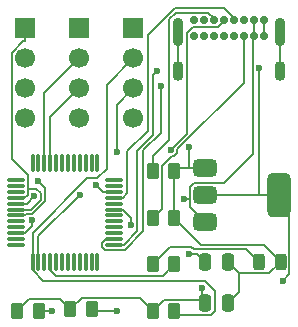
<source format=gbr>
%TF.GenerationSoftware,KiCad,Pcbnew,9.0.2*%
%TF.CreationDate,2025-05-25T10:52:37+05:30*%
%TF.ProjectId,STM 32,53544d20-3332-42e6-9b69-6361645f7063,rev?*%
%TF.SameCoordinates,Original*%
%TF.FileFunction,Copper,L1,Top*%
%TF.FilePolarity,Positive*%
%FSLAX46Y46*%
G04 Gerber Fmt 4.6, Leading zero omitted, Abs format (unit mm)*
G04 Created by KiCad (PCBNEW 9.0.2) date 2025-05-25 10:52:37*
%MOMM*%
%LPD*%
G01*
G04 APERTURE LIST*
G04 Aperture macros list*
%AMRoundRect*
0 Rectangle with rounded corners*
0 $1 Rounding radius*
0 $2 $3 $4 $5 $6 $7 $8 $9 X,Y pos of 4 corners*
0 Add a 4 corners polygon primitive as box body*
4,1,4,$2,$3,$4,$5,$6,$7,$8,$9,$2,$3,0*
0 Add four circle primitives for the rounded corners*
1,1,$1+$1,$2,$3*
1,1,$1+$1,$4,$5*
1,1,$1+$1,$6,$7*
1,1,$1+$1,$8,$9*
0 Add four rect primitives between the rounded corners*
20,1,$1+$1,$2,$3,$4,$5,0*
20,1,$1+$1,$4,$5,$6,$7,0*
20,1,$1+$1,$6,$7,$8,$9,0*
20,1,$1+$1,$8,$9,$2,$3,0*%
G04 Aperture macros list end*
%TA.AperFunction,SMDPad,CuDef*%
%ADD10RoundRect,0.250000X-0.262500X-0.450000X0.262500X-0.450000X0.262500X0.450000X-0.262500X0.450000X0*%
%TD*%
%TA.AperFunction,ComponentPad*%
%ADD11R,1.700000X1.700000*%
%TD*%
%TA.AperFunction,ComponentPad*%
%ADD12C,1.700000*%
%TD*%
%TA.AperFunction,SMDPad,CuDef*%
%ADD13RoundRect,0.250000X-0.250000X-0.475000X0.250000X-0.475000X0.250000X0.475000X-0.250000X0.475000X0*%
%TD*%
%TA.AperFunction,ComponentPad*%
%ADD14C,0.700000*%
%TD*%
%TA.AperFunction,ComponentPad*%
%ADD15O,0.900000X2.400000*%
%TD*%
%TA.AperFunction,ComponentPad*%
%ADD16O,0.900000X1.700000*%
%TD*%
%TA.AperFunction,SMDPad,CuDef*%
%ADD17RoundRect,0.075000X-0.662500X-0.075000X0.662500X-0.075000X0.662500X0.075000X-0.662500X0.075000X0*%
%TD*%
%TA.AperFunction,SMDPad,CuDef*%
%ADD18RoundRect,0.075000X-0.075000X-0.662500X0.075000X-0.662500X0.075000X0.662500X-0.075000X0.662500X0*%
%TD*%
%TA.AperFunction,SMDPad,CuDef*%
%ADD19RoundRect,0.375000X-0.625000X-0.375000X0.625000X-0.375000X0.625000X0.375000X-0.625000X0.375000X0*%
%TD*%
%TA.AperFunction,SMDPad,CuDef*%
%ADD20RoundRect,0.500000X-0.500000X-1.400000X0.500000X-1.400000X0.500000X1.400000X-0.500000X1.400000X0*%
%TD*%
%TA.AperFunction,SMDPad,CuDef*%
%ADD21RoundRect,0.243750X-0.243750X-0.456250X0.243750X-0.456250X0.243750X0.456250X-0.243750X0.456250X0*%
%TD*%
%TA.AperFunction,ViaPad*%
%ADD22C,0.600000*%
%TD*%
%TA.AperFunction,Conductor*%
%ADD23C,0.200000*%
%TD*%
G04 APERTURE END LIST*
D10*
%TO.P,R5,1*%
%TO.N,/VCC*%
X153175000Y-99115000D03*
%TO.P,R5,2*%
%TO.N,/I2C_SCL*%
X155000000Y-99115000D03*
%TD*%
%TO.P,R1,1*%
%TO.N,/USB_C_Detection_1*%
X164675000Y-87315000D03*
%TO.P,R1,2*%
%TO.N,GND*%
X166500000Y-87315000D03*
%TD*%
D11*
%TO.P,J3,1,Pin_1*%
%TO.N,/VCC*%
X158442500Y-75225000D03*
D12*
%TO.P,J3,2,Pin_2*%
%TO.N,/UART_TX*%
X158442500Y-77765000D03*
%TO.P,J3,3,Pin_3*%
%TO.N,/UART_RX*%
X158442500Y-80305000D03*
%TO.P,J3,4,Pin_4*%
%TO.N,GND*%
X158442500Y-82845000D03*
%TD*%
D13*
%TO.P,C4,1*%
%TO.N,/VCC*%
X169100000Y-98495000D03*
%TO.P,C4,2*%
%TO.N,GND*%
X171000000Y-98495000D03*
%TD*%
D14*
%TO.P,J1,A1,GND*%
%TO.N,GND*%
X168152500Y-74515000D03*
%TO.P,J1,A4,VBUS*%
%TO.N,+5V*%
X169002500Y-74515000D03*
%TO.P,J1,A5,CC1*%
%TO.N,/USB_C_Detection_1*%
X169852500Y-74515000D03*
%TO.P,J1,A6,D+*%
%TO.N,/USB_D+*%
X170702500Y-74515000D03*
%TO.P,J1,A7,D-*%
%TO.N,/USB_D-*%
X171552500Y-74515000D03*
%TO.P,J1,A8*%
%TO.N,N/C*%
X172402500Y-74515000D03*
%TO.P,J1,A9,VBUS*%
%TO.N,+5V*%
X173252500Y-74515000D03*
%TO.P,J1,A12,GND*%
%TO.N,GND*%
X174102500Y-74515000D03*
%TO.P,J1,B1,GND*%
X174102500Y-75865000D03*
%TO.P,J1,B4,VBUS*%
%TO.N,+5V*%
X173252500Y-75865000D03*
%TO.P,J1,B5,CC2*%
%TO.N,/USB_C_Detection_2*%
X172402500Y-75865000D03*
%TO.P,J1,B6,D+*%
%TO.N,unconnected-(J1-D+-PadB6)*%
X171552500Y-75865000D03*
%TO.P,J1,B7,D-*%
%TO.N,unconnected-(J1-D--PadB7)*%
X170702500Y-75865000D03*
%TO.P,J1,B8*%
%TO.N,N/C*%
X169852500Y-75865000D03*
%TO.P,J1,B9,VBUS*%
%TO.N,+5V*%
X169002500Y-75865000D03*
%TO.P,J1,B12,GND*%
%TO.N,GND*%
X168152500Y-75865000D03*
D15*
%TO.P,J1,S1,SHIELD*%
X166802500Y-75495000D03*
D16*
X166802500Y-78875000D03*
D15*
X175452500Y-75495000D03*
D16*
X175452500Y-78875000D03*
%TD*%
D13*
%TO.P,C3,1*%
%TO.N,/VCAP*%
X169096300Y-94990000D03*
%TO.P,C3,2*%
%TO.N,GND*%
X170996300Y-94990000D03*
%TD*%
D17*
%TO.P,U1,1,PC13*%
%TO.N,unconnected-(U1-PC13-Pad1)*%
X153070000Y-88065000D03*
%TO.P,U1,2,PC14*%
%TO.N,unconnected-(U1-PC14-Pad2)*%
X153070000Y-88565000D03*
%TO.P,U1,3,PC15*%
%TO.N,unconnected-(U1-PC15-Pad3)*%
X153070000Y-89065000D03*
%TO.P,U1,4,VBAT*%
%TO.N,/VCC*%
X153070000Y-89565000D03*
%TO.P,U1,5,VREF+*%
%TO.N,+5V*%
X153070000Y-90065000D03*
%TO.P,U1,6,VDD*%
%TO.N,/VCC*%
X153070000Y-90565000D03*
%TO.P,U1,7,VSS*%
%TO.N,GND*%
X153070000Y-91065000D03*
%TO.P,U1,8,PF0*%
%TO.N,unconnected-(U1-PF0-Pad8)*%
X153070000Y-91565000D03*
%TO.P,U1,9,PF1*%
%TO.N,unconnected-(U1-PF1-Pad9)*%
X153070000Y-92065000D03*
%TO.P,U1,10,NRST*%
%TO.N,/NRST*%
X153070000Y-92565000D03*
%TO.P,U1,11,PA0*%
%TO.N,unconnected-(U1-PA0-Pad11)*%
X153070000Y-93065000D03*
%TO.P,U1,12,PA1*%
%TO.N,unconnected-(U1-PA1-Pad12)*%
X153070000Y-93565000D03*
D18*
%TO.P,U1,13,PA2*%
%TO.N,/I2C_SDA*%
X154482500Y-94977500D03*
%TO.P,U1,14,PA3*%
%TO.N,/I2C_SCL*%
X154982500Y-94977500D03*
%TO.P,U1,15,PA4*%
%TO.N,unconnected-(U1-PA4-Pad15)*%
X155482500Y-94977500D03*
%TO.P,U1,16,PA5*%
%TO.N,/LED*%
X155982500Y-94977500D03*
%TO.P,U1,17,PA6*%
%TO.N,unconnected-(U1-PA6-Pad17)*%
X156482500Y-94977500D03*
%TO.P,U1,18,PA7*%
%TO.N,unconnected-(U1-PA7-Pad18)*%
X156982500Y-94977500D03*
%TO.P,U1,19,PB0*%
%TO.N,unconnected-(U1-PB0-Pad19)*%
X157482500Y-94977500D03*
%TO.P,U1,20,PB1*%
%TO.N,unconnected-(U1-PB1-Pad20)*%
X157982500Y-94977500D03*
%TO.P,U1,21,PB2*%
%TO.N,unconnected-(U1-PB2-Pad21)*%
X158482500Y-94977500D03*
%TO.P,U1,22,PB10*%
%TO.N,unconnected-(U1-PB10-Pad22)*%
X158982500Y-94977500D03*
%TO.P,U1,23,PB11*%
%TO.N,unconnected-(U1-PB11-Pad23)*%
X159482500Y-94977500D03*
%TO.P,U1,24,PB12*%
%TO.N,unconnected-(U1-PB12-Pad24)*%
X159982500Y-94977500D03*
D17*
%TO.P,U1,25,PB13*%
%TO.N,/SWDIO*%
X161395000Y-93565000D03*
%TO.P,U1,26,PB14*%
%TO.N,/SWCLK*%
X161395000Y-93065000D03*
%TO.P,U1,27,PB15*%
%TO.N,unconnected-(U1-PB15-Pad27)*%
X161395000Y-92565000D03*
%TO.P,U1,28,PA8*%
%TO.N,unconnected-(U1-PA8-Pad28)*%
X161395000Y-92065000D03*
%TO.P,U1,29,NC/PA9*%
%TO.N,unconnected-(U1-NC{slash}PA9-Pad29)*%
X161395000Y-91565000D03*
%TO.P,U1,30,PC6*%
%TO.N,unconnected-(U1-PC6-Pad30)*%
X161395000Y-91065000D03*
%TO.P,U1,31,PC7*%
%TO.N,/VCAP*%
X161395000Y-90565000D03*
%TO.P,U1,32,NC/PA10*%
%TO.N,unconnected-(U1-NC{slash}PA10-Pad32)*%
X161395000Y-90065000D03*
%TO.P,U1,33,PA9/PA11*%
%TO.N,/USB_D-*%
X161395000Y-89565000D03*
%TO.P,U1,34,PA10/PA12*%
%TO.N,/USB_D+*%
X161395000Y-89065000D03*
%TO.P,U1,35,PA13*%
%TO.N,unconnected-(U1-PA13-Pad35)*%
X161395000Y-88565000D03*
%TO.P,U1,36,PA14*%
%TO.N,unconnected-(U1-PA14-Pad36)*%
X161395000Y-88065000D03*
D18*
%TO.P,U1,37,PA15*%
%TO.N,unconnected-(U1-PA15-Pad37)*%
X159982500Y-86652500D03*
%TO.P,U1,38,PD0*%
%TO.N,unconnected-(U1-PD0-Pad38)*%
X159482500Y-86652500D03*
%TO.P,U1,39,PD1*%
%TO.N,unconnected-(U1-PD1-Pad39)*%
X158982500Y-86652500D03*
%TO.P,U1,40,PD2*%
%TO.N,unconnected-(U1-PD2-Pad40)*%
X158482500Y-86652500D03*
%TO.P,U1,41,PD3*%
%TO.N,unconnected-(U1-PD3-Pad41)*%
X157982500Y-86652500D03*
%TO.P,U1,42,PB3*%
%TO.N,unconnected-(U1-PB3-Pad42)*%
X157482500Y-86652500D03*
%TO.P,U1,43,PB4*%
%TO.N,unconnected-(U1-PB4-Pad43)*%
X156982500Y-86652500D03*
%TO.P,U1,44,PB5*%
%TO.N,unconnected-(U1-PB5-Pad44)*%
X156482500Y-86652500D03*
%TO.P,U1,45,PB6*%
%TO.N,/UART_RX*%
X155982500Y-86652500D03*
%TO.P,U1,46,PB7*%
%TO.N,/UART_TX*%
X155482500Y-86652500D03*
%TO.P,U1,47,PB8*%
%TO.N,unconnected-(U1-PB8-Pad47)*%
X154982500Y-86652500D03*
%TO.P,U1,48,PB9*%
%TO.N,unconnected-(U1-PB9-Pad48)*%
X154482500Y-86652500D03*
%TD*%
D11*
%TO.P,J2,1,Pin_1*%
%TO.N,/VCC*%
X153852500Y-75225000D03*
D12*
%TO.P,J2,2,Pin_2*%
%TO.N,/SWDIO*%
X153852500Y-77765000D03*
%TO.P,J2,3,Pin_3*%
%TO.N,/SWCLK*%
X153852500Y-80305000D03*
%TO.P,J2,4,Pin_4*%
%TO.N,GND*%
X153852500Y-82845000D03*
%TD*%
D10*
%TO.P,R2,1*%
%TO.N,/USB_C_Detection_2*%
X164675000Y-91260000D03*
%TO.P,R2,2*%
%TO.N,GND*%
X166500000Y-91260000D03*
%TD*%
D19*
%TO.P,U2,1,GND*%
%TO.N,GND*%
X169092500Y-87040000D03*
%TO.P,U2,2,VO*%
%TO.N,/VCC*%
X169092500Y-89340000D03*
D20*
X175392500Y-89340000D03*
D19*
%TO.P,U2,3,VI*%
%TO.N,+5V*%
X169092500Y-91640000D03*
%TD*%
D10*
%TO.P,R4,1*%
%TO.N,/VCC*%
X164675000Y-99150000D03*
%TO.P,R4,2*%
%TO.N,/I2C_SDA*%
X166500000Y-99150000D03*
%TD*%
D21*
%TO.P,D1,1,K*%
%TO.N,Net-(D1-K)*%
X173625000Y-95000000D03*
%TO.P,D1,2,A*%
%TO.N,GND*%
X175500000Y-95000000D03*
%TD*%
D10*
%TO.P,R6,1*%
%TO.N,/VCC*%
X157675000Y-99000000D03*
%TO.P,R6,2*%
%TO.N,/NRST*%
X159500000Y-99000000D03*
%TD*%
D11*
%TO.P,J4,1,Pin_1*%
%TO.N,/VCC*%
X163032500Y-75225000D03*
D12*
%TO.P,J4,2,Pin_2*%
%TO.N,/I2C_SDA*%
X163032500Y-77765000D03*
%TO.P,J4,3,Pin_3*%
%TO.N,/I2C_SCL*%
X163032500Y-80305000D03*
%TO.P,J4,4,Pin_4*%
%TO.N,GND*%
X163032500Y-82845000D03*
%TD*%
D10*
%TO.P,R3,1*%
%TO.N,Net-(D1-K)*%
X164675000Y-95205000D03*
%TO.P,R3,2*%
%TO.N,/LED*%
X166500000Y-95205000D03*
%TD*%
D22*
%TO.N,GND*%
X154923800Y-88114200D03*
X167751600Y-85248900D03*
%TO.N,/VCAP*%
X162795100Y-91860900D03*
X167696900Y-94299800D03*
%TO.N,/VCC*%
X168797500Y-97204200D03*
X173682100Y-78587800D03*
X175667400Y-96584000D03*
%TO.N,+5V*%
X167345600Y-89700200D03*
X154624000Y-89438300D03*
%TO.N,/USB_D+*%
X166203100Y-85511100D03*
X159835400Y-88448700D03*
%TO.N,/SWCLK*%
X165382500Y-80110500D03*
%TO.N,/SWDIO*%
X165000800Y-78827100D03*
%TO.N,/I2C_SCL*%
X161644400Y-85672200D03*
X156140500Y-99174400D03*
X158483100Y-89315600D03*
%TO.N,/NRST*%
X161606500Y-99118900D03*
X154459100Y-91468500D03*
%TD*%
D23*
%TO.N,GND*%
X175500000Y-95000000D02*
X174547400Y-95952600D01*
X154472500Y-90916700D02*
X155527400Y-89861800D01*
X166500000Y-87315000D02*
X166500000Y-91260000D01*
X174102500Y-74515000D02*
X174102500Y-75865000D01*
X171000000Y-98495000D02*
X171958900Y-97536100D01*
X167751600Y-85248900D02*
X167751600Y-87040000D01*
X174547400Y-95952600D02*
X171958900Y-95952600D01*
X153826900Y-91065000D02*
X153975200Y-90916700D01*
X167751600Y-87040000D02*
X166775000Y-87040000D01*
X166775000Y-87040000D02*
X166500000Y-87315000D01*
X175452500Y-78875000D02*
X175452500Y-75495000D01*
X169092500Y-87040000D02*
X167751600Y-87040000D01*
X155527400Y-89861800D02*
X155527400Y-88717800D01*
X174048600Y-93548600D02*
X175500000Y-95000000D01*
X153070000Y-91065000D02*
X153826900Y-91065000D01*
X171958900Y-97536100D02*
X171958900Y-95952600D01*
X168788600Y-93548600D02*
X174048600Y-93548600D01*
X166500000Y-91260000D02*
X168788600Y-93548600D01*
X166802500Y-78875000D02*
X166802500Y-75495000D01*
X153975200Y-90916700D02*
X154472500Y-90916700D01*
X155527400Y-88717800D02*
X154923800Y-88114200D01*
X171958900Y-95952600D02*
X170996300Y-94990000D01*
%TO.N,/VCAP*%
X162113800Y-90565000D02*
X162795100Y-91246300D01*
X169096300Y-94990000D02*
X168406100Y-94299800D01*
X168406100Y-94299800D02*
X167696900Y-94299800D01*
X161395000Y-90565000D02*
X162113800Y-90565000D01*
X162795100Y-91246300D02*
X162795100Y-91860900D01*
%TO.N,/VCC*%
X175667400Y-96584000D02*
X176240100Y-96011300D01*
X153792700Y-89565000D02*
X153070000Y-89565000D01*
X154064100Y-88832100D02*
X154810200Y-88832100D01*
X154064100Y-89293600D02*
X153792700Y-89565000D01*
X154064100Y-87646500D02*
X154064100Y-88832100D01*
X155175700Y-89716200D02*
X154326900Y-90565000D01*
X163547900Y-98022900D02*
X158652100Y-98022900D01*
X176240100Y-90187600D02*
X175392500Y-89340000D01*
X168797500Y-98192500D02*
X168797500Y-97204200D01*
X153714800Y-76326700D02*
X152707200Y-77334300D01*
X175392500Y-89340000D02*
X173682100Y-89340000D01*
X155175700Y-89197600D02*
X155175700Y-89716200D01*
X154156100Y-98133900D02*
X156808900Y-98133900D01*
X153852500Y-76326700D02*
X153714800Y-76326700D01*
X168797500Y-98192500D02*
X169100000Y-98495000D01*
X154064100Y-88832100D02*
X154064100Y-89293600D01*
X176240100Y-96011300D02*
X176240100Y-90187600D01*
X154326900Y-90565000D02*
X153070000Y-90565000D01*
X173682100Y-89340000D02*
X169092500Y-89340000D01*
X153175000Y-99115000D02*
X154156100Y-98133900D01*
X164675000Y-99150000D02*
X165632500Y-98192500D01*
X156808900Y-98133900D02*
X157675000Y-99000000D01*
X158652100Y-98022900D02*
X157675000Y-99000000D01*
X173682100Y-89340000D02*
X173682100Y-78587800D01*
X164675000Y-99150000D02*
X163547900Y-98022900D01*
X152707200Y-86289600D02*
X154064100Y-87646500D01*
X153852500Y-75225000D02*
X153852500Y-76326700D01*
X152707200Y-77334300D02*
X152707200Y-86289600D01*
X165632500Y-98192500D02*
X168797500Y-98192500D01*
X154810200Y-88832100D02*
X155175700Y-89197600D01*
%TO.N,Net-(D1-K)*%
X173625000Y-95000000D02*
X172573100Y-93948100D01*
X168125400Y-93948100D02*
X167925400Y-93748100D01*
X166131900Y-93748100D02*
X164675000Y-95205000D01*
X167925400Y-93748100D02*
X166131900Y-93748100D01*
X172573100Y-93948100D02*
X168125400Y-93948100D01*
%TO.N,+5V*%
X168151700Y-88313000D02*
X167794100Y-88670600D01*
X167345600Y-89700200D02*
X167794100Y-89700200D01*
X167794100Y-90341600D02*
X169092500Y-91640000D01*
X170687000Y-88313000D02*
X168151700Y-88313000D01*
X167794100Y-88670600D02*
X167794100Y-89700200D01*
X167794100Y-89700200D02*
X167794100Y-90341600D01*
X153070000Y-90065000D02*
X153997300Y-90065000D01*
X173252500Y-74515000D02*
X173252500Y-75865000D01*
X173130400Y-85869600D02*
X170687000Y-88313000D01*
X173252500Y-75865000D02*
X173130400Y-75987100D01*
X153997300Y-90065000D02*
X154624000Y-89438300D01*
X173130400Y-75987100D02*
X173130400Y-85869600D01*
%TO.N,/USB_C_Detection_2*%
X165440200Y-90494800D02*
X165440200Y-86917200D01*
X166754800Y-85739600D02*
X166754800Y-85465600D01*
X165440200Y-86917200D02*
X166294600Y-86062800D01*
X166294600Y-86062800D02*
X166431600Y-86062800D01*
X166754800Y-85465600D02*
X172402500Y-79817900D01*
X166431600Y-86062800D02*
X166754800Y-85739600D01*
X172402500Y-79817900D02*
X172402500Y-75865000D01*
X164675000Y-91260000D02*
X165440200Y-90494800D01*
%TO.N,/USB_D+*%
X168046100Y-75116700D02*
X167527500Y-75635300D01*
X167527500Y-75635300D02*
X167527500Y-84186700D01*
X170702500Y-74515000D02*
X170702500Y-74590000D01*
X170702500Y-74590000D02*
X170175800Y-75116700D01*
X159835400Y-88448700D02*
X160451700Y-89065000D01*
X167527500Y-84186700D02*
X166203100Y-85511100D01*
X170175800Y-75116700D02*
X168046100Y-75116700D01*
X160451700Y-89065000D02*
X161395000Y-89065000D01*
%TO.N,/USB_D-*%
X166511300Y-73533300D02*
X164227300Y-75817300D01*
X170710900Y-73533300D02*
X166511300Y-73533300D01*
X164227300Y-75817300D02*
X164227300Y-83945200D01*
X171552500Y-74374900D02*
X170710900Y-73533300D01*
X162524700Y-89186100D02*
X162145800Y-89565000D01*
X171552500Y-74515000D02*
X171552500Y-74374900D01*
X164227300Y-83945200D02*
X162524700Y-85647800D01*
X162524700Y-85647800D02*
X162524700Y-89186100D01*
X162145800Y-89565000D02*
X161395000Y-89565000D01*
%TO.N,/USB_C_Detection_1*%
X166078600Y-84638000D02*
X164675000Y-86041600D01*
X169346800Y-73885000D02*
X166656900Y-73885000D01*
X166656900Y-73885000D02*
X166078600Y-74463300D01*
X164675000Y-86041600D02*
X164675000Y-87315000D01*
X169852500Y-74515000D02*
X169852500Y-74390700D01*
X169852500Y-74390700D02*
X169346800Y-73885000D01*
X166078600Y-74463300D02*
X166078600Y-84638000D01*
%TO.N,/SWCLK*%
X160686300Y-93065000D02*
X160351000Y-93400300D01*
X162288200Y-93988100D02*
X163873600Y-92402700D01*
X160351000Y-93400300D02*
X160351000Y-93732300D01*
X163873600Y-92402700D02*
X163873600Y-85552600D01*
X161395000Y-93065000D02*
X160686300Y-93065000D01*
X160606800Y-93988100D02*
X162288200Y-93988100D01*
X163873600Y-85552600D02*
X165382500Y-84043700D01*
X160351000Y-93732300D02*
X160606800Y-93988100D01*
X165382500Y-84043700D02*
X165382500Y-80110500D01*
%TO.N,/SWDIO*%
X162189400Y-93565000D02*
X161395000Y-93565000D01*
X164649100Y-79178800D02*
X164649100Y-84279800D01*
X164649100Y-84279800D02*
X163346900Y-85582000D01*
X165000800Y-78827100D02*
X164649100Y-79178800D01*
X163346900Y-92407500D02*
X162189400Y-93565000D01*
X163346900Y-85582000D02*
X163346900Y-92407500D01*
%TO.N,/UART_RX*%
X155982500Y-82765000D02*
X158442500Y-80305000D01*
X155982500Y-86652500D02*
X155982500Y-82765000D01*
%TO.N,/UART_TX*%
X158442500Y-77765000D02*
X155482500Y-80725000D01*
X155482500Y-80725000D02*
X155482500Y-86652500D01*
%TO.N,/I2C_SCL*%
X158483100Y-89315600D02*
X154982500Y-92816200D01*
X155059400Y-99174400D02*
X155000000Y-99115000D01*
X154982500Y-92816200D02*
X154982500Y-94977500D01*
X161644400Y-81693100D02*
X163032500Y-80305000D01*
X161644400Y-85672200D02*
X161644400Y-81693100D01*
X156140500Y-99174400D02*
X155059400Y-99174400D01*
%TO.N,/I2C_SDA*%
X166500000Y-99150000D02*
X166822700Y-99472700D01*
X169073400Y-96605100D02*
X155410200Y-96605100D01*
X154482500Y-95677400D02*
X154482500Y-94977500D01*
X169924600Y-97456300D02*
X169073400Y-96605100D01*
X160764000Y-80033500D02*
X160764000Y-87117000D01*
X159121600Y-87897000D02*
X154482500Y-92536100D01*
X166822700Y-99472700D02*
X169596400Y-99472700D01*
X154482500Y-92536100D02*
X154482500Y-94977500D01*
X163032500Y-77765000D02*
X160764000Y-80033500D01*
X169596400Y-99472700D02*
X169924600Y-99144500D01*
X160764000Y-87117000D02*
X159984000Y-87897000D01*
X159984000Y-87897000D02*
X159121600Y-87897000D01*
X155410200Y-96605100D02*
X154482500Y-95677400D01*
X169924600Y-99144500D02*
X169924600Y-97456300D01*
%TO.N,/LED*%
X155982500Y-94977500D02*
X155982500Y-95703800D01*
X155982500Y-95703800D02*
X156474300Y-96195600D01*
X156474300Y-96195600D02*
X165509400Y-96195600D01*
X165509400Y-96195600D02*
X166500000Y-95205000D01*
%TO.N,/NRST*%
X161606500Y-99118900D02*
X159618900Y-99118900D01*
X154459100Y-91971500D02*
X154459100Y-91468500D01*
X153865600Y-92565000D02*
X154459100Y-91971500D01*
X159618900Y-99118900D02*
X159500000Y-99000000D01*
X153070000Y-92565000D02*
X153865600Y-92565000D01*
%TD*%
M02*

</source>
